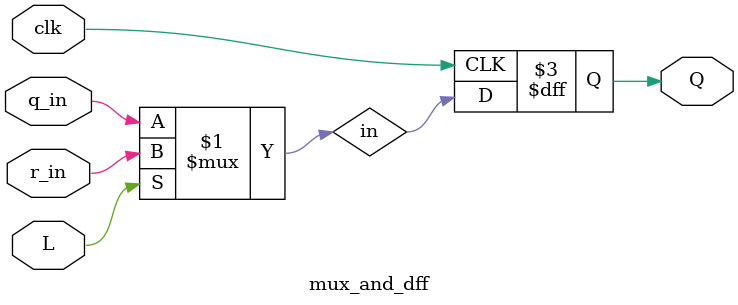
<source format=v>
module top_module (
	input [2:0] SW,      // R
    input [1:0] KEY,     // L and clk (clk = key[0] , L = key[1])
	output [2:0] LEDR);  // Q
    
    wire q0,q1,q2;
    
    mux_and_dff mff0 (.clk(KEY[0]), .L(KEY[1]), .r_in(SW[0]), .q_in(q2), .Q(q0));
    mux_and_dff mff1 (.clk(KEY[0]), .L(KEY[1]), .r_in(SW[1]), .q_in(q0), .Q(q1));
    mux_and_dff mff2 (.clk(KEY[0]), .L(KEY[1]), .r_in(SW[2]), .q_in(q1^q2), .Q(q2));
    assign LEDR = {q2,q1,q0};

endmodule

module mux_and_dff (
	input clk,
	input L,
	input r_in,
	input q_in,
	output reg Q);
    
    wire in;
    assign in = (L)?r_in:q_in;
    always @(posedge clk) begin
    Q <= in;
    end

endmodule

</source>
